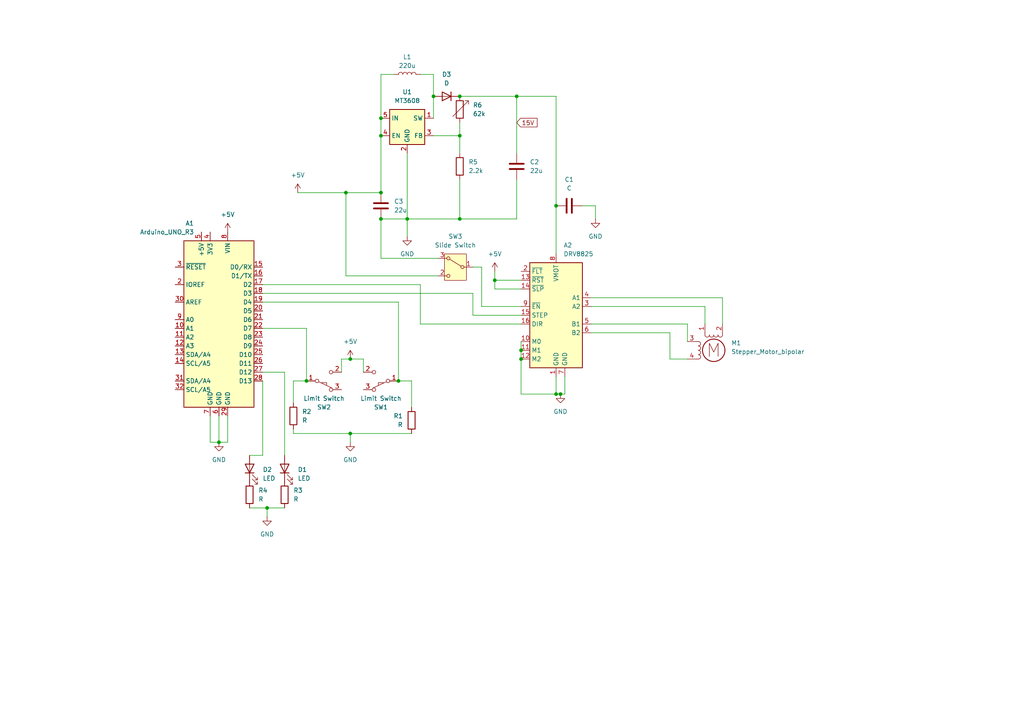
<source format=kicad_sch>
(kicad_sch (version 20250114) (generator "eeschema") (generator_version "9.0")
  (paper "A4")
  (title_block (comment 1 "commit: fb479abe57adeb6e648d448a6530ad11e8290a29"))
  (lib_symbols
    (symbol "Device:C" (pin_numbers (hide yes)) (pin_names (offset 0.254))
      (property "Reference" "C" (at 0.635 2.54 0))
      (property "Value" "C" (at 0.635 -2.54 0))
      (symbol "C_0_1"
        (polyline (pts (xy -2.032 0.762) (xy 2.032 0.762)) (stroke (width 0.508)))
        (polyline (pts (xy -2.032 -0.762) (xy 2.032 -0.762)) (stroke (width 0.508)))
      )
      (symbol "C_1_1"
        (pin passive line (at 0 3.81 270) (length 2.794) (name "~") (number "1"))
        (pin passive line (at 0 -3.81 90) (length 2.794) (name "~") (number "2"))
      )
    )
    (symbol "Device:D" (pin_numbers (hide yes)) (pin_names (offset 1.016) (hide yes))
      (property "Reference" "D" (at 0 2.54 0))
      (property "Value" "D" (at 0 -2.54 0))
      (symbol "D_0_1"
        (polyline (pts (xy -1.27 1.27) (xy -1.27 -1.27)) (stroke (width 0.254)))
        (polyline (pts (xy 1.27 1.27) (xy 1.27 -1.27) (xy -1.27 0) (xy 1.27 1.27)) (stroke (width 0.254)))
        (polyline (pts (xy 1.27 0) (xy -1.27 0)))
      )
      (symbol "D_1_1"
        (pin passive line (at -3.81 0 0) (length 2.54) (name "K") (number "1"))
        (pin passive line (at 3.81 0 180) (length 2.54) (name "A") (number "2"))
      )
    )
    (symbol "Device:L" (pin_numbers (hide yes)) (pin_names (offset 1.016) (hide yes))
      (property "Reference" "L" (at -1.27 0 90))
      (property "Value" "L" (at 1.905 0 90))
      (symbol "L_0_1"
        (arc (start 0 2.54) (mid 0.6323 1.905) (end 0 1.27))
        (arc (start 0 1.27) (mid 0.6323 0.635) (end 0 0))
        (arc (start 0 0) (mid 0.6323 -0.635) (end 0 -1.27))
        (arc (start 0 -1.27) (mid 0.6323 -1.905) (end 0 -2.54))
      )
      (symbol "L_1_1"
        (pin passive line (at 0 3.81 270) (length 1.27) (name "1") (number "1"))
        (pin passive line (at 0 -3.81 90) (length 1.27) (name "2") (number "2"))
      )
    )
    (symbol "Device:LED" (pin_numbers (hide yes)) (pin_names (offset 1.016) (hide yes))
      (property "Reference" "D" (at 0 2.54 0))
      (property "Value" "LED" (at 0 -2.54 0))
      (symbol "LED_0_1"
        (polyline (pts (xy -3.048 -0.762) (xy -4.572 -2.286) (xy -3.81 -2.286) (xy -4.572 -2.286) (xy -4.572 -1.524)))
        (polyline (pts (xy -1.778 -0.762) (xy -3.302 -2.286) (xy -2.54 -2.286) (xy -3.302 -2.286) (xy -3.302 -1.524)))
        (polyline (pts (xy -1.27 0) (xy 1.27 0)))
        (polyline (pts (xy -1.27 -1.27) (xy -1.27 1.27)) (stroke (width 0.254)))
        (polyline (pts (xy 1.27 -1.27) (xy 1.27 1.27) (xy -1.27 0) (xy 1.27 -1.27)) (stroke (width 0.254)))
      )
      (symbol "LED_1_1"
        (pin passive line (at -3.81 0 0) (length 2.54) (name "K") (number "1"))
        (pin passive line (at 3.81 0 180) (length 2.54) (name "A") (number "2"))
      )
    )
    (symbol "Device:R" (pin_numbers (hide yes)) (pin_names (offset 0))
      (property "Reference" "R" (at 2.032 0 90))
      (property "Value" "R" (at 0 0 90))
      (symbol "R_0_1"
        (rectangle (start -1.016 -2.54) (end 1.016 2.54) (stroke (width 0.254)))
      )
      (symbol "R_1_1"
        (pin passive line (at 0 3.81 270) (length 1.27) (name "~") (number "1"))
        (pin passive line (at 0 -3.81 90) (length 1.27) (name "~") (number "2"))
      )
    )
    (symbol "Device:R_Variable" (pin_numbers (hide yes)) (pin_names (offset 0))
      (property "Reference" "R" (at 2.54 -2.54 90))
      (property "Value" "R_Variable" (at -2.54 -1.27 90))
      (symbol "R_Variable_0_1"
        (rectangle (start -1.016 -2.54) (end 1.016 2.54) (stroke (width 0.254)))
        (polyline (pts (xy 2.54 1.524) (xy 2.54 2.54) (xy 1.524 2.54) (xy 2.54 2.54) (xy -2.032 -2.032)))
      )
      (symbol "R_Variable_1_1"
        (pin passive line (at 0 3.81 270) (length 1.27) (name "~") (number "1"))
        (pin passive line (at 0 -3.81 90) (length 1.27) (name "~") (number "2"))
      )
    )
    (symbol "Driver_Motor:Pololu_Breakout_DRV8825"
      (property "Reference" "A" (at -2.54 16.51 0))
      (property "Value" "Pololu_Breakout_DRV8825" (at -2.54 13.97 0))
      (symbol "Pololu_Breakout_DRV8825_0_1"
        (rectangle (start 7.62 -17.78) (end -7.62 12.7) (stroke (width 0.254)) (fill (type background)))
      )
      (symbol "Pololu_Breakout_DRV8825_1_1"
        (pin output line (at -10.16 10.16 0) (length 2.54) (name "~{FLT}") (number "2"))
        (pin input line (at -10.16 7.62 0) (length 2.54) (name "~{RST}") (number "13"))
        (pin input line (at -10.16 5.08 0) (length 2.54) (name "~{SLP}") (number "14"))
        (pin input line (at -10.16 0 0) (length 2.54) (name "~{EN}") (number "9"))
        (pin input line (at -10.16 -2.54 0) (length 2.54) (name "STEP") (number "15"))
        (pin input line (at -10.16 -5.08 0) (length 2.54) (name "DIR") (number "16"))
        (pin input line (at -10.16 -10.16 0) (length 2.54) (name "M0") (number "10"))
        (pin input line (at -10.16 -12.7 0) (length 2.54) (name "M1") (number "11"))
        (pin input line (at -10.16 -15.24 0) (length 2.54) (name "M2") (number "12"))
        (pin power_in line (at 0 15.24 270) (length 2.54) (name "VMOT") (number "8"))
        (pin power_in line (at 0 -20.32 90) (length 2.54) (name "GND") (number "1"))
        (pin power_in line (at 2.54 -20.32 90) (length 2.54) (name "GND") (number "7"))
        (pin output line (at 10.16 2.54 180) (length 2.54) (name "A1") (number "4"))
        (pin output line (at 10.16 0 180) (length 2.54) (name "A2") (number "3"))
        (pin output line (at 10.16 -5.08 180) (length 2.54) (name "B1") (number "5"))
        (pin output line (at 10.16 -7.62 180) (length 2.54) (name "B2") (number "6"))
      )
    )
    (symbol "MCU_Module:Arduino_UNO_R3"
      (property "Reference" "A" (at -10.16 23.495 0))
      (property "Value" "Arduino_UNO_R3" (at 5.08 -26.67 0))
      (symbol "Arduino_UNO_R3_0_1"
        (rectangle (start -10.16 22.86) (end 10.16 -25.4) (stroke (width 0.254)) (fill (type background)))
      )
      (symbol "Arduino_UNO_R3_1_1"
        (pin bidirectional line (at -12.7 15.24 0) (length 2.54) (name "D0/RX") (number "15"))
        (pin bidirectional line (at -12.7 12.7 0) (length 2.54) (name "D1/TX") (number "16"))
        (pin bidirectional line (at -12.7 10.16 0) (length 2.54) (name "D2") (number "17"))
        (pin bidirectional line (at -12.7 7.62 0) (length 2.54) (name "D3") (number "18"))
        (pin bidirectional line (at -12.7 5.08 0) (length 2.54) (name "D4") (number "19"))
        (pin bidirectional line (at -12.7 2.54 0) (length 2.54) (name "D5") (number "20"))
        (pin bidirectional line (at -12.7 0 0) (length 2.54) (name "D6") (number "21"))
        (pin bidirectional line (at -12.7 -2.54 0) (length 2.54) (name "D7") (number "22"))
        (pin bidirectional line (at -12.7 -5.08 0) (length 2.54) (name "D8") (number "23"))
        (pin bidirectional line (at -12.7 -7.62 0) (length 2.54) (name "D9") (number "24"))
        (pin bidirectional line (at -12.7 -10.16 0) (length 2.54) (name "D10") (number "25"))
        (pin bidirectional line (at -12.7 -12.7 0) (length 2.54) (name "D11") (number "26"))
        (pin bidirectional line (at -12.7 -15.24 0) (length 2.54) (name "D12") (number "27"))
        (pin bidirectional line (at -12.7 -17.78 0) (length 2.54) (name "D13") (number "28"))
        (pin no_connect line (at -10.16 -20.32 0) (length 2.54) (hide yes) (name "NC") (number "1"))
        (pin power_in line (at -2.54 25.4 270) (length 2.54) (name "VIN") (number "8"))
        (pin power_in line (at -2.54 -27.94 90) (length 2.54) (name "GND") (number "29"))
        (pin power_in line (at 0 -27.94 90) (length 2.54) (name "GND") (number "6"))
        (pin power_out line (at 2.54 25.4 270) (length 2.54) (name "3V3") (number "4"))
        (pin power_in line (at 2.54 -27.94 90) (length 2.54) (name "GND") (number "7"))
        (pin power_out line (at 5.08 25.4 270) (length 2.54) (name "+5V") (number "5"))
        (pin input line (at 12.7 15.24 180) (length 2.54) (name "~{RESET}") (number "3"))
        (pin output line (at 12.7 10.16 180) (length 2.54) (name "IOREF") (number "2"))
        (pin input line (at 12.7 5.08 180) (length 2.54) (name "AREF") (number "30"))
        (pin bidirectional line (at 12.7 0 180) (length 2.54) (name "A0") (number "9"))
        (pin bidirectional line (at 12.7 -2.54 180) (length 2.54) (name "A1") (number "10"))
        (pin bidirectional line (at 12.7 -5.08 180) (length 2.54) (name "A2") (number "11"))
        (pin bidirectional line (at 12.7 -7.62 180) (length 2.54) (name "A3") (number "12"))
        (pin bidirectional line (at 12.7 -10.16 180) (length 2.54) (name "SDA/A4") (number "13"))
        (pin bidirectional line (at 12.7 -12.7 180) (length 2.54) (name "SCL/A5") (number "14"))
        (pin bidirectional line (at 12.7 -17.78 180) (length 2.54) (name "SDA/A4") (number "31"))
        (pin bidirectional line (at 12.7 -20.32 180) (length 2.54) (name "SCL/A5") (number "32"))
      )
    )
    (symbol "Motor:Stepper_Motor_bipolar" (pin_names (offset 0) (hide yes))
      (property "Reference" "M" (at 3.81 2.54 0))
      (property "Value" "Stepper_Motor_bipolar" (at 3.81 1.27 0))
      (symbol "Stepper_Motor_bipolar_0_0"
        (polyline (pts (xy -1.27 -1.778) (xy -1.27 2.032) (xy 0 -0.508) (xy 1.27 2.032) (xy 1.27 -1.778)))
      )
      (symbol "Stepper_Motor_bipolar_0_1"
        (polyline (pts (xy -5.08 2.54) (xy -4.445 2.54)))
        (polyline (pts (xy -5.08 -2.54) (xy -4.445 -2.54)))
        (arc (start -4.445 2.54) (mid -3.8127 1.905) (end -4.445 1.27))
        (arc (start -4.445 1.27) (mid -3.8127 0.635) (end -4.445 0))
        (arc (start -4.445 0) (mid -3.8127 -0.635) (end -4.445 -1.27))
        (arc (start -4.445 -1.27) (mid -3.8127 -1.905) (end -4.445 -2.54))
        (polyline (pts (xy -2.54 5.08) (xy -2.54 4.445)))
        (arc (start -1.27 4.445) (mid -1.905 3.8127) (end -2.54 4.445))
        (arc (start 0 4.445) (mid -0.635 3.8127) (end -1.27 4.445))
        (circle (center 0 0) (radius 3.2512) (stroke (width 0.254)))
        (arc (start 1.27 4.445) (mid 0.635 3.8127) (end 0 4.445))
        (arc (start 2.54 4.445) (mid 1.905 3.8127) (end 1.27 4.445))
        (polyline (pts (xy 2.54 5.08) (xy 2.54 4.445)))
      )
      (symbol "Stepper_Motor_bipolar_1_1"
        (pin passive line (at -7.62 2.54 0) (length 2.54) (name "~") (number "3"))
        (pin passive line (at -7.62 -2.54 0) (length 2.54) (name "~") (number "4"))
        (pin passive line (at -2.54 7.62 270) (length 2.54) (name "~") (number "1"))
        (pin passive line (at 2.54 7.62 270) (length 2.54) (name "-") (number "2"))
      )
    )
    (symbol "Regulator_Switching:MT3608"
      (property "Reference" "U" (at -2.54 8.89 0))
      (property "Value" "MT3608" (at -3.81 6.35 0))
      (symbol "MT3608_0_1"
        (rectangle (start -5.08 5.08) (end 5.08 -5.08) (stroke (width 0.254)) (fill (type background)))
      )
      (symbol "MT3608_1_1"
        (pin power_in line (at -7.62 2.54 0) (length 2.54) (name "IN") (number "5"))
        (pin input line (at -7.62 -2.54 0) (length 2.54) (name "EN") (number "4"))
        (pin power_in line (at 0 -7.62 90) (length 2.54) (name "GND") (number "2"))
        (pin no_connect line (at 5.08 0 180) (length 2.54) (hide yes) (name "NC") (number "6"))
        (pin passive line (at 7.62 2.54 180) (length 2.54) (name "SW") (number "1"))
        (pin input line (at 7.62 -2.54 180) (length 2.54) (name "FB") (number "3"))
      )
    )
    (symbol "Switch:SW_SPDT_XKB_DMx-xxxx-1" (pin_names (offset 0) (hide yes))
      (property "Reference" "SW" (at 0 4.318 0))
      (property "Value" "SW_SPDT_XKB_DMx-xxxx-1" (at 0 -5.588 0))
      (symbol "SW_SPDT_XKB_DMx-xxxx-1_1_1"
        (circle (center -2.032 0) (radius 0.508))
        (polyline (pts (xy -1.524 0.254) (xy 2.286 2.032)))
        (polyline (pts (xy -0.762 0.508) (xy 0.762 0.508) (xy 0.762 1.27)))
        (circle (center 2.032 2.54) (radius 0.508))
        (circle (center 2.032 -2.54) (radius 0.508))
        (pin passive line (at -5.08 0 0) (length 2.54) (name "A") (number "1"))
        (pin passive line (at 5.08 2.54 180) (length 2.54) (name "C") (number "3"))
        (pin passive line (at 5.08 -2.54 180) (length 2.54) (name "B") (number "2"))
      )
    )
    (symbol "Switch:SW_Wuerth_450301014042" (pin_names (offset 1) (hide yes))
      (property "Reference" "SW" (at 0 5.08 0))
      (property "Value" "SW_Wuerth_450301014042" (at 0 -5.08 0))
      (symbol "SW_Wuerth_450301014042_0_1"
        (circle (center -2.032 0) (radius 0.4572))
        (polyline (pts (xy -1.651 0.254) (xy 1.651 2.286)))
        (circle (center 2.032 2.54) (radius 0.4572))
        (circle (center 2.032 -2.54) (radius 0.4572))
      )
      (symbol "SW_Wuerth_450301014042_1_1"
        (rectangle (start -3.175 3.81) (end 3.175 -3.81) (fill (type background)))
        (pin passive line (at -5.08 0 0) (length 2.54) (name "B") (number "1"))
        (pin passive line (at 5.08 2.54 180) (length 2.54) (name "A") (number "3"))
        (pin passive line (at 5.08 -2.54 180) (length 2.54) (name "C") (number "2"))
      )
    )
    (symbol "power:+5V" (power) (pin_numbers (hide yes)) (pin_names (offset 0) (hide yes))
      (property "Value" "+5V" (at 0 3.556 0))
      (symbol "+5V_0_1"
        (polyline (pts (xy -0.762 1.27) (xy 0 2.54)))
        (polyline (pts (xy 0 2.54) (xy 0.762 1.27)))
        (polyline (pts (xy 0 0) (xy 0 2.54)))
      )
      (symbol "+5V_1_1"
        (pin power_in line (at 0 0 90) (length 0) (name "~") (number "1"))
      )
    )
    (symbol "power:GND" (power) (pin_numbers (hide yes)) (pin_names (offset 0) (hide yes))
      (property "Value" "GND" (at 0 -3.81 0))
      (symbol "GND_0_1"
        (polyline (pts (xy 0 0) (xy 0 -1.27) (xy 1.27 -1.27) (xy 0 -2.54) (xy -1.27 -1.27) (xy 0 -1.27)))
      )
      (symbol "GND_1_1"
        (pin power_in line (at 0 0 270) (length 0) (name "~") (number "1"))
      )
    )
  )
  (junction (at 101.6 104.14))
  (junction (at 143.51 81.28))
  (junction (at 151.13 101.6))
  (junction (at 110.49 34.29))
  (junction (at 100.33 55.88))
  (junction (at 63.5 128.27))
  (junction (at 88.9 110.49))
  (junction (at 110.49 55.88))
  (junction (at 133.35 27.94))
  (junction (at 118.11 63.5))
  (junction (at 125.73 27.94))
  (junction (at 133.35 63.5))
  (junction (at 115.57 110.49))
  (junction (at 77.47 147.32))
  (junction (at 151.13 104.14))
  (junction (at 162.56 114.3))
  (junction (at 133.35 39.37))
  (junction (at 110.49 39.37))
  (junction (at 149.86 27.94))
  (junction (at 161.29 59.69))
  (junction (at 101.6 125.73))
  (junction (at 161.29 114.3))
  (junction (at 110.49 63.5))
  (wire (pts (xy 82.55 107.95) (xy 82.55 132.08)))
  (wire (pts (xy 127 74.93) (xy 110.49 74.93)))
  (wire (pts (xy 88.9 95.25) (xy 76.2 95.25)))
  (wire (pts (xy 121.92 21.59) (xy 125.73 21.59)))
  (wire (pts (xy 76.2 132.08) (xy 72.39 132.08)))
  (wire (pts (xy 101.6 125.73) (xy 101.6 128.27)))
  (wire (pts (xy 171.45 88.9) (xy 204.47 88.9)))
  (wire (pts (xy 121.92 93.98) (xy 151.13 93.98)))
  (wire (pts (xy 77.47 147.32) (xy 77.47 149.86)))
  (wire (pts (xy 149.86 44.45) (xy 149.86 27.94)))
  (wire (pts (xy 133.35 39.37) (xy 133.35 44.45)))
  (wire (pts (xy 149.86 27.94) (xy 161.29 27.94)))
  (wire (pts (xy 77.47 147.32) (xy 82.55 147.32)))
  (wire (pts (xy 133.35 35.56) (xy 133.35 39.37)))
  (wire (pts (xy 88.9 110.49) (xy 88.9 95.25)))
  (wire (pts (xy 118.11 63.5) (xy 133.35 63.5)))
  (wire (pts (xy 110.49 21.59) (xy 110.49 34.29)))
  (wire (pts (xy 139.7 77.47) (xy 139.7 88.9)))
  (wire (pts (xy 163.83 114.3) (xy 162.56 114.3)))
  (wire (pts (xy 171.45 86.36) (xy 209.55 86.36)))
  (wire (pts (xy 125.73 21.59) (xy 125.73 27.94)))
  (wire (pts (xy 85.09 110.49) (xy 88.9 110.49)))
  (wire (pts (xy 63.5 128.27) (xy 66.04 128.27)))
  (wire (pts (xy 101.6 104.14) (xy 105.41 104.14)))
  (wire (pts (xy 110.49 34.29) (xy 110.49 39.37)))
  (wire (pts (xy 151.13 114.3) (xy 161.29 114.3)))
  (wire (pts (xy 151.13 99.06) (xy 151.13 101.6)))
  (wire (pts (xy 137.16 77.47) (xy 139.7 77.47)))
  (wire (pts (xy 151.13 101.6) (xy 151.13 104.14)))
  (wire (pts (xy 194.31 104.14) (xy 199.39 104.14)))
  (wire (pts (xy 143.51 78.74) (xy 143.51 81.28)))
  (wire (pts (xy 110.49 39.37) (xy 110.49 55.88)))
  (wire (pts (xy 151.13 91.44) (xy 137.16 91.44)))
  (wire (pts (xy 100.33 55.88) (xy 110.49 55.88)))
  (wire (pts (xy 86.36 55.88) (xy 100.33 55.88)))
  (wire (pts (xy 121.92 82.55) (xy 121.92 93.98)))
  (wire (pts (xy 163.83 109.22) (xy 163.83 114.3)))
  (wire (pts (xy 63.5 120.65) (xy 63.5 128.27)))
  (wire (pts (xy 133.35 27.94) (xy 149.86 27.94)))
  (wire (pts (xy 99.06 104.14) (xy 101.6 104.14)))
  (wire (pts (xy 149.86 63.5) (xy 133.35 63.5)))
  (wire (pts (xy 171.45 93.98) (xy 199.39 93.98)))
  (wire (pts (xy 143.51 81.28) (xy 151.13 81.28)))
  (wire (pts (xy 172.72 59.69) (xy 172.72 63.5)))
  (wire (pts (xy 118.11 44.45) (xy 118.11 63.5)))
  (wire (pts (xy 171.45 96.52) (xy 194.31 96.52)))
  (wire (pts (xy 143.51 83.82) (xy 143.51 81.28)))
  (wire (pts (xy 60.96 120.65) (xy 60.96 128.27)))
  (wire (pts (xy 110.49 63.5) (xy 110.49 74.93)))
  (wire (pts (xy 76.2 82.55) (xy 121.92 82.55)))
  (wire (pts (xy 76.2 87.63) (xy 115.57 87.63)))
  (wire (pts (xy 137.16 91.44) (xy 137.16 85.09)))
  (wire (pts (xy 133.35 52.07) (xy 133.35 63.5)))
  (wire (pts (xy 119.38 125.73) (xy 101.6 125.73)))
  (wire (pts (xy 60.96 128.27) (xy 63.5 128.27)))
  (wire (pts (xy 151.13 83.82) (xy 143.51 83.82)))
  (wire (pts (xy 209.55 86.36) (xy 209.55 93.98)))
  (wire (pts (xy 99.06 107.95) (xy 99.06 104.14)))
  (wire (pts (xy 149.86 52.07) (xy 149.86 63.5)))
  (wire (pts (xy 199.39 93.98) (xy 199.39 99.06)))
  (wire (pts (xy 125.73 27.94) (xy 125.73 34.29)))
  (wire (pts (xy 110.49 63.5) (xy 118.11 63.5)))
  (wire (pts (xy 85.09 116.84) (xy 85.09 110.49)))
  (wire (pts (xy 119.38 110.49) (xy 115.57 110.49)))
  (wire (pts (xy 72.39 147.32) (xy 77.47 147.32)))
  (wire (pts (xy 161.29 73.66) (xy 161.29 59.69)))
  (wire (pts (xy 115.57 110.49) (xy 115.57 87.63)))
  (wire (pts (xy 118.11 63.5) (xy 118.11 68.58)))
  (wire (pts (xy 194.31 96.52) (xy 194.31 104.14)))
  (wire (pts (xy 137.16 85.09) (xy 76.2 85.09)))
  (wire (pts (xy 161.29 59.69) (xy 161.29 27.94)))
  (wire (pts (xy 100.33 55.88) (xy 100.33 80.01)))
  (wire (pts (xy 85.09 124.46) (xy 85.09 125.73)))
  (wire (pts (xy 66.04 128.27) (xy 66.04 120.65)))
  (wire (pts (xy 161.29 109.22) (xy 161.29 114.3)))
  (wire (pts (xy 127 80.01) (xy 100.33 80.01)))
  (wire (pts (xy 168.91 59.69) (xy 172.72 59.69)))
  (wire (pts (xy 204.47 88.9) (xy 204.47 93.98)))
  (wire (pts (xy 161.29 114.3) (xy 162.56 114.3)))
  (wire (pts (xy 76.2 110.49) (xy 76.2 132.08)))
  (wire (pts (xy 114.3 21.59) (xy 110.49 21.59)))
  (wire (pts (xy 85.09 125.73) (xy 101.6 125.73)))
  (wire (pts (xy 105.41 104.14) (xy 105.41 107.95)))
  (wire (pts (xy 139.7 88.9) (xy 151.13 88.9)))
  (wire (pts (xy 125.73 39.37) (xy 133.35 39.37)))
  (wire (pts (xy 119.38 118.11) (xy 119.38 110.49)))
  (wire (pts (xy 151.13 104.14) (xy 151.13 114.3)))
  (wire (pts (xy 76.2 107.95) (xy 82.55 107.95)))
  (global_label "15V" (shape input) (at 149.86 35.56 0) (property "Intersheetrefs" "${INTERSHEET_REFS}" (effects (hide yes))))
  (symbol (lib_id "Regulator_Switching:MT3608") (at 118.11 36.83 0) (unit 1)
    (property "Reference" "U1" (at 118.11 26.67 0))
    (property "Value" "MT3608" (at 118.11 29.21 0))
    (property "Footprint" "Package_TO_SOT_SMD:SOT-23-6" (effects (hide yes)))
    (property "Datasheet" "https://www.olimex.com/Products/Breadboarding/BB-PWR-3608/resources/MT3608.pdf" (effects (hide yes)))
    (property "Description" "High Efficiency 1.2MHz 2A Step Up Converter, 2-24V Vin, 28V Vout, 4A current limit, 1.2MHz, SOT23-6" (effects (hide yes)))
  )
  (symbol (lib_id "power:GND") (at 118.11 68.58 0) (unit 1)
    (property "Reference" "#PWR01" (effects (hide yes)))
    (property "Value" "GND" (at 118.11 73.66 0))
    (property "Description" "Power symbol creates a global label with name \"GND\" , ground" (effects (hide yes)))
  )
  (symbol (lib_id "Device:R") (at 82.55 143.51 0) (unit 1)
    (property "Reference" "R3" (at 85.09 142.2399 0) (effects (justify left)))
    (property "Value" "R" (at 85.09 144.7799 0) (effects (justify left)))
    (property "Description" "Resistor" (effects (hide yes)))
  )
  (symbol (lib_id "Driver_Motor:Pololu_Breakout_DRV8825") (at 161.29 88.9 0) (unit 1)
    (property "Reference" "A2" (at 163.4333 71.12 0) (effects (justify left)))
    (property "Value" "DRV8825" (at 163.4333 73.66 0) (effects (justify left)))
    (property "Footprint" "Module:Pololu_Breakout-16_15.2x20.3mm" (effects (hide yes)))
    (property "Datasheet" "https://www.pololu.com/product/2982" (effects (hide yes)))
    (property "Description" "Pololu Breakout Board, Stepper Driver DRV8825" (effects (hide yes)))
  )
  (symbol (lib_id "Device:D") (at 129.54 27.94 180) (unit 1)
    (property "Reference" "D3" (at 129.54 21.59 0))
    (property "Value" "D" (at 129.54 24.13 0))
    (property "Description" "Diode" (effects (hide yes)))
    (property "Sim.Device" "D" (effects (hide yes)))
    (property "Sim.Pins" "1=K 2=A" (effects (hide yes)))
  )
  (symbol (lib_id "Switch:SW_Wuerth_450301014042") (at 132.08 77.47 0) (mirror y) (unit 1)
    (property "Reference" "SW3" (at 132.08 68.58 0))
    (property "Value" "Slide Switch" (at 132.08 71.12 0))
    (property "Footprint" "Button_Switch_THT:SW_Slide-03_Wuerth-WS-SLTV_10x2.5x6.4_P2.54mm" (effects (hide yes)))
    (property "Datasheet" "https://www.we-online.com/components/products/datasheet/450301014042.pdf" (effects (hide yes)))
    (property "Description" "Switch slide, single pole double throw" (effects (hide yes)))
  )
  (symbol (lib_id "power:GND") (at 101.6 128.27 0) (mirror y) (unit 1)
    (property "Reference" "#PWR010" (effects (hide yes)))
    (property "Value" "GND" (at 101.6 133.35 0))
    (property "Description" "Power symbol creates a global label with name \"GND\" , ground" (effects (hide yes)))
  )
  (symbol (lib_id "power:GND") (at 162.56 114.3 0) (unit 1)
    (property "Reference" "#PWR06" (effects (hide yes)))
    (property "Value" "GND" (at 162.56 119.38 0))
    (property "Description" "Power symbol creates a global label with name \"GND\" , ground" (effects (hide yes)))
  )
  (symbol (lib_id "power:+5V") (at 101.6 104.14 0) (mirror y) (unit 1)
    (property "Reference" "#PWR08" (effects (hide yes)))
    (property "Value" "+5V" (at 101.6 99.06 0))
    (property "Description" "Power symbol creates a global label with name \"+5V\"" (effects (hide yes)))
  )
  (symbol (lib_id "Device:R") (at 119.38 121.92 0) (mirror y) (unit 1)
    (property "Reference" "R1" (at 116.84 120.6499 0) (effects (justify left)))
    (property "Value" "R" (at 116.84 123.1899 0) (effects (justify left)))
    (property "Description" "Resistor" (effects (hide yes)))
  )
  (symbol (lib_id "power:+5V") (at 143.51 78.74 0) (unit 1)
    (property "Reference" "#PWR07" (effects (hide yes)))
    (property "Value" "+5V" (at 143.51 73.66 0))
    (property "Description" "Power symbol creates a global label with name \"+5V\"" (effects (hide yes)))
  )
  (symbol (lib_id "power:GND") (at 63.5 128.27 0) (unit 1)
    (property "Reference" "#PWR04" (effects (hide yes)))
    (property "Value" "GND" (at 63.5 133.35 0))
    (property "Description" "Power symbol creates a global label with name \"GND\" , ground" (effects (hide yes)))
  )
  (symbol (lib_id "Device:L") (at 118.11 21.59 90) (unit 1)
    (property "Reference" "L1" (at 118.11 16.51 90))
    (property "Value" "220u" (at 118.11 19.05 90))
    (property "Description" "Inductor" (effects (hide yes)))
  )
  (symbol (lib_id "power:GND") (at 77.47 149.86 0) (mirror y) (unit 1)
    (property "Reference" "#PWR011" (effects (hide yes)))
    (property "Value" "GND" (at 77.47 154.94 0))
    (property "Description" "Power symbol creates a global label with name \"GND\" , ground" (effects (hide yes)))
  )
  (symbol (lib_id "Device:R") (at 133.35 48.26 0) (unit 1)
    (property "Reference" "R5" (at 135.89 46.9899 0) (effects (justify left)))
    (property "Value" "2.2k" (at 135.89 49.5299 0) (effects (justify left)))
    (property "Description" "Resistor" (effects (hide yes)))
  )
  (symbol (lib_id "power:GND") (at 172.72 63.5 0) (unit 1)
    (property "Reference" "#PWR05" (effects (hide yes)))
    (property "Value" "GND" (at 172.72 68.58 0))
    (property "Description" "Power symbol creates a global label with name \"GND\" , ground" (effects (hide yes)))
  )
  (symbol (lib_id "Device:R") (at 85.09 120.65 0) (unit 1)
    (property "Reference" "R2" (at 87.63 119.3799 0) (effects (justify left)))
    (property "Value" "R" (at 87.63 121.9199 0) (effects (justify left)))
    (property "Description" "Resistor" (effects (hide yes)))
  )
  (symbol (lib_id "Device:C") (at 149.86 48.26 0) (unit 1)
    (property "Reference" "C2" (at 153.67 46.9899 0) (effects (justify left)))
    (property "Value" "22u" (at 153.67 49.5299 0) (effects (justify left)))
    (property "Description" "Unpolarized capacitor" (effects (hide yes)))
  )
  (symbol (lib_id "Device:LED") (at 82.55 135.89 90) (unit 1)
    (property "Reference" "D1" (at 86.36 136.2074 90) (effects (justify right)))
    (property "Value" "LED" (at 86.36 138.7474 90) (effects (justify right)))
    (property "Description" "Light emitting diode for lower limit switch" (effects (hide yes)))
    (property "Sim.Pins" "1=K 2=A" (effects (hide yes)))
  )
  (symbol (lib_id "Device:R_Variable") (at 133.35 31.75 0) (unit 1)
    (property "Reference" "R6" (at 137.16 30.4799 0) (effects (justify left)))
    (property "Value" "62k" (at 137.16 33.0199 0) (effects (justify left)))
    (property "Description" "Variable resistor: v_out = 0.6 * (1 - r_variable / r_fixed)" (effects (hide yes)))
  )
  (symbol (lib_id "Motor:Stepper_Motor_bipolar") (at 207.01 101.6 0) (unit 1)
    (property "Reference" "M1" (at 212.09 99.479 0) (effects (justify left)))
    (property "Value" "Stepper_Motor_bipolar" (at 212.09 102.019 0) (effects (justify left)))
    (property "Datasheet" "http://www.infineon.com/dgdl/Application-Note-TLE8110EE_driving_UniPolarStepperMotor_V1.1.pdf?fileId=db3a30431be39b97011be5d0aa0a00b0" (effects (hide yes)))
    (property "Description" "4-wire bipolar stepper motor - black is A+, green is A-, red is B+, blue is B-" (effects (hide yes)))
  )
  (symbol (lib_id "power:+5V") (at 86.36 55.88 0) (unit 1)
    (property "Reference" "#PWR02" (effects (hide yes)))
    (property "Value" "+5V" (at 86.36 50.8 0))
    (property "Description" "Power symbol creates a global label with name \"+5V\"" (effects (hide yes)))
  )
  (symbol (lib_id "MCU_Module:Arduino_UNO_R3") (at 63.5 92.71 0) (mirror y) (unit 1)
    (property "Reference" "A1" (at 56.2767 64.77 0) (effects (justify left)))
    (property "Value" "Arduino_UNO_R3" (at 56.2767 67.31 0) (effects (justify left)))
    (property "Footprint" "Module:Arduino_UNO_R3" (effects (hide yes)))
    (property "Datasheet" "https://www.arduino.cc/en/Main/arduinoBoardUno" (effects (hide yes)))
    (property "Description" "Arduino UNO Microcontroller Module, release 3" (effects (hide yes)))
  )
  (symbol (lib_id "power:+5V") (at 66.04 67.31 0) (unit 1)
    (property "Reference" "#PWR03" (effects (hide yes)))
    (property "Value" "+5V" (at 66.04 62.23 0))
    (property "Description" "Power symbol creates a global label with name \"+5V\"" (effects (hide yes)))
  )
  (symbol (lib_id "Device:C") (at 110.49 59.69 0) (unit 1)
    (property "Reference" "C3" (at 114.3 58.4199 0) (effects (justify left)))
    (property "Value" "22u" (at 114.3 60.9599 0) (effects (justify left)))
    (property "Description" "Unpolarized capacitor" (effects (hide yes)))
  )
  (symbol (lib_id "Device:C") (at 165.1 59.69 90) (unit 1)
    (property "Reference" "C1" (at 165.1 52.07 90))
    (property "Value" "C" (at 165.1 54.61 90))
    (property "Description" "Unpolarized capacitor" (effects (hide yes)))
  )
  (symbol (lib_id "Switch:SW_SPDT_XKB_DMx-xxxx-1") (at 110.49 110.49 180) (unit 1)
    (property "Reference" "SW1" (at 110.49 118.11 0))
    (property "Value" "Limit Switch" (at 110.49 115.57 0))
    (property "Description" "Position switch for lower limit" (effects (hide yes)))
  )
  (symbol (lib_id "Device:LED") (at 72.39 135.89 90) (unit 1)
    (property "Reference" "D2" (at 76.2 136.2074 90) (effects (justify right)))
    (property "Value" "LED" (at 76.2 138.7474 90) (effects (justify right)))
    (property "Description" "Light emitting diode for upper limit switch" (effects (hide yes)))
    (property "Sim.Pins" "1=K 2=A" (effects (hide yes)))
  )
  (symbol (lib_id "Device:R") (at 72.39 143.51 0) (unit 1)
    (property "Reference" "R4" (at 74.93 142.2399 0) (effects (justify left)))
    (property "Value" "R" (at 74.93 144.7799 0) (effects (justify left)))
    (property "Description" "Resistor" (effects (hide yes)))
  )
  (symbol (lib_id "Switch:SW_SPDT_XKB_DMx-xxxx-1") (at 93.98 110.49 0) (mirror x) (unit 1)
    (property "Reference" "SW2" (at 93.98 118.11 0))
    (property "Value" "Limit Switch" (at 93.98 115.57 0))
    (property "Description" "Position switch for upper limit" (effects (hide yes)))
  )
)
</source>
